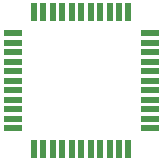
<source format=gbp>
G04 Layer_Color=128*
%FSLAX24Y24*%
%MOIN*%
G70*
G01*
G75*
%ADD42R,0.0197X0.0591*%
%ADD43R,0.0591X0.0197*%
D42*
X36575Y17047D02*
D03*
X36260D02*
D03*
X35945D02*
D03*
X35630D02*
D03*
X35315D02*
D03*
X35000D02*
D03*
X34685D02*
D03*
X34370D02*
D03*
X34055D02*
D03*
X33740D02*
D03*
X33425D02*
D03*
Y12480D02*
D03*
X33740D02*
D03*
X34055D02*
D03*
X34370D02*
D03*
X34685D02*
D03*
X35000D02*
D03*
X35315D02*
D03*
X35630D02*
D03*
X35945D02*
D03*
X36260D02*
D03*
X36575D02*
D03*
D43*
X32717Y16339D02*
D03*
Y16024D02*
D03*
Y15709D02*
D03*
Y15394D02*
D03*
Y15079D02*
D03*
Y14764D02*
D03*
Y14449D02*
D03*
Y14134D02*
D03*
Y13819D02*
D03*
Y13504D02*
D03*
Y13189D02*
D03*
X37283D02*
D03*
Y13504D02*
D03*
Y13819D02*
D03*
Y14134D02*
D03*
Y14449D02*
D03*
Y14764D02*
D03*
Y15079D02*
D03*
Y15394D02*
D03*
Y15709D02*
D03*
Y16024D02*
D03*
Y16339D02*
D03*
M02*

</source>
